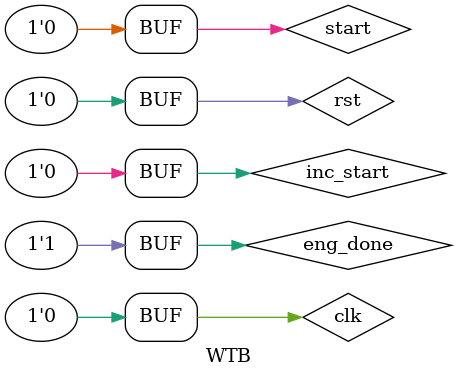
<source format=v>
`timescale 1ns/1ns
module WTB();
	reg clk=1'b0, rst=1'b0, start=1'b0, eng_done=1'b1;
	wire done, eng_start, rst_count;
	reg inc_start=1'b0;
	wrapper inst(.clk(clk), .rst(rst), .start(start), .eng_done(eng_done), .done(done), .eng_start(eng_start), .inc_count(inc_count), .rst_count(rst_count));
	initial repeat(10000) #50 clk = ~clk;
	initial begin
		#1000 start = 1'b1;
		#220 start = 1'b0;
		#50 eng_done = 1'b0;
		#7000 eng_done = 1'b1;
	end
endmodule

</source>
